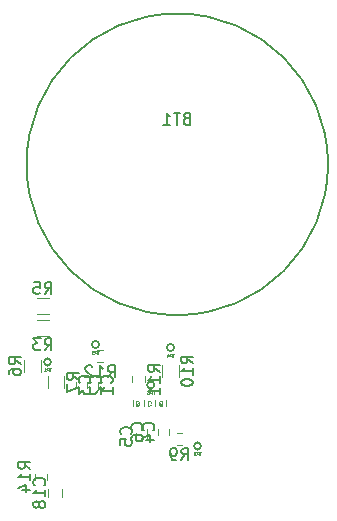
<source format=gbr>
G04 #@! TF.FileFunction,Legend,Bot*
%FSLAX46Y46*%
G04 Gerber Fmt 4.6, Leading zero omitted, Abs format (unit mm)*
G04 Created by KiCad (PCBNEW 4.0.5) date 05/07/17 14:10:49*
%MOMM*%
%LPD*%
G01*
G04 APERTURE LIST*
%ADD10C,0.100000*%
%ADD11C,0.120000*%
%ADD12C,0.150000*%
%ADD13C,0.152400*%
%ADD14C,0.063500*%
G04 APERTURE END LIST*
D10*
D11*
X15328800Y15955200D02*
X15328800Y16455200D01*
X16268800Y16455200D02*
X16268800Y15955200D01*
X16294000Y15955200D02*
X16294000Y16455200D01*
X17234000Y16455200D02*
X17234000Y15955200D01*
X17259200Y15955200D02*
X17259200Y16455200D01*
X18199200Y16455200D02*
X18199200Y15955200D01*
X19554000Y12678000D02*
X19054000Y12678000D01*
X19054000Y13738000D02*
X19554000Y13738000D01*
D12*
X31876842Y36449000D02*
G75*
G03X31876842Y36449000I-12763342J0D01*
G01*
D11*
X12382600Y18030000D02*
X12382600Y17530000D01*
X11442600Y17530000D02*
X11442600Y18030000D01*
X11442800Y18030000D02*
X11442800Y17530000D01*
X10502800Y17530000D02*
X10502800Y18030000D01*
X10503000Y18030000D02*
X10503000Y17530000D01*
X9563000Y17530000D02*
X9563000Y18030000D01*
X17513200Y13516800D02*
X17513200Y14016800D01*
X18453200Y14016800D02*
X18453200Y13516800D01*
X15633600Y13161200D02*
X15633600Y13661200D01*
X16573600Y13661200D02*
X16573600Y13161200D01*
X16548000Y13516800D02*
X16548000Y14016800D01*
X17488000Y14016800D02*
X17488000Y13516800D01*
X8137600Y8986000D02*
X8137600Y8286000D01*
X9337600Y8286000D02*
X9337600Y8986000D01*
X8221600Y23286000D02*
X7221600Y23286000D01*
X7221600Y21926000D02*
X8221600Y21926000D01*
X7221600Y23805600D02*
X8221600Y23805600D01*
X8221600Y25165600D02*
X7221600Y25165600D01*
X7538000Y18854800D02*
X7538000Y19854800D01*
X6178000Y19854800D02*
X6178000Y18854800D01*
X8184600Y18534000D02*
X8184600Y17534000D01*
X9544600Y17534000D02*
X9544600Y18534000D01*
X17862000Y19448400D02*
X17862000Y18448400D01*
X19222000Y18448400D02*
X19222000Y19448400D01*
X16379600Y18487200D02*
X16379600Y17987200D01*
X15319600Y17987200D02*
X15319600Y18487200D01*
X7039200Y9757600D02*
X7039200Y10257600D01*
X8099200Y10257600D02*
X8099200Y9757600D01*
X12848400Y19688400D02*
X12348400Y19688400D01*
X12348400Y20748400D02*
X12848400Y20748400D01*
D13*
X12489299Y21183600D02*
G75*
G03X12489299Y21183600I-297299J0D01*
G01*
X17162899Y17780000D02*
G75*
G03X17162899Y17780000I-297299J0D01*
G01*
X8425299Y19710400D02*
G75*
G03X8425299Y19710400I-297299J0D01*
G01*
X21125299Y12598400D02*
G75*
G03X21125299Y12598400I-297299J0D01*
G01*
X18839299Y20929600D02*
G75*
G03X18839299Y20929600I-297299J0D01*
G01*
D14*
X15826014Y16247533D02*
X15838110Y16259628D01*
X15850205Y16295914D01*
X15850205Y16320104D01*
X15838110Y16356390D01*
X15813919Y16380581D01*
X15789729Y16392676D01*
X15741348Y16404771D01*
X15705062Y16404771D01*
X15656681Y16392676D01*
X15632490Y16380581D01*
X15608300Y16356390D01*
X15596205Y16320104D01*
X15596205Y16295914D01*
X15608300Y16259628D01*
X15620395Y16247533D01*
X15850205Y16126581D02*
X15850205Y16078200D01*
X15838110Y16054009D01*
X15826014Y16041914D01*
X15789729Y16017723D01*
X15741348Y16005628D01*
X15644586Y16005628D01*
X15620395Y16017723D01*
X15608300Y16029819D01*
X15596205Y16054009D01*
X15596205Y16102390D01*
X15608300Y16126581D01*
X15620395Y16138676D01*
X15644586Y16150771D01*
X15705062Y16150771D01*
X15729252Y16138676D01*
X15741348Y16126581D01*
X15753443Y16102390D01*
X15753443Y16054009D01*
X15741348Y16029819D01*
X15729252Y16017723D01*
X15705062Y16005628D01*
X16854714Y16247533D02*
X16866810Y16259628D01*
X16878905Y16295914D01*
X16878905Y16320104D01*
X16866810Y16356390D01*
X16842619Y16380581D01*
X16818429Y16392676D01*
X16770048Y16404771D01*
X16733762Y16404771D01*
X16685381Y16392676D01*
X16661190Y16380581D01*
X16637000Y16356390D01*
X16624905Y16320104D01*
X16624905Y16295914D01*
X16637000Y16259628D01*
X16649095Y16247533D01*
X16624905Y16162866D02*
X16624905Y15993533D01*
X16878905Y16102390D01*
X17819914Y16247533D02*
X17832010Y16259628D01*
X17844105Y16295914D01*
X17844105Y16320104D01*
X17832010Y16356390D01*
X17807819Y16380581D01*
X17783629Y16392676D01*
X17735248Y16404771D01*
X17698962Y16404771D01*
X17650581Y16392676D01*
X17626390Y16380581D01*
X17602200Y16356390D01*
X17590105Y16320104D01*
X17590105Y16295914D01*
X17602200Y16259628D01*
X17614295Y16247533D01*
X17698962Y16102390D02*
X17686867Y16126581D01*
X17674771Y16138676D01*
X17650581Y16150771D01*
X17638486Y16150771D01*
X17614295Y16138676D01*
X17602200Y16126581D01*
X17590105Y16102390D01*
X17590105Y16054009D01*
X17602200Y16029819D01*
X17614295Y16017723D01*
X17638486Y16005628D01*
X17650581Y16005628D01*
X17674771Y16017723D01*
X17686867Y16029819D01*
X17698962Y16054009D01*
X17698962Y16102390D01*
X17711057Y16126581D01*
X17723152Y16138676D01*
X17747343Y16150771D01*
X17795724Y16150771D01*
X17819914Y16138676D01*
X17832010Y16126581D01*
X17844105Y16102390D01*
X17844105Y16054009D01*
X17832010Y16029819D01*
X17819914Y16017723D01*
X17795724Y16005628D01*
X17747343Y16005628D01*
X17723152Y16017723D01*
X17711057Y16029819D01*
X17698962Y16054009D01*
D12*
X19470666Y11405619D02*
X19804000Y11881810D01*
X20042095Y11405619D02*
X20042095Y12405619D01*
X19661142Y12405619D01*
X19565904Y12358000D01*
X19518285Y12310381D01*
X19470666Y12215143D01*
X19470666Y12072286D01*
X19518285Y11977048D01*
X19565904Y11929429D01*
X19661142Y11881810D01*
X20042095Y11881810D01*
X18994476Y11405619D02*
X18804000Y11405619D01*
X18708761Y11453238D01*
X18661142Y11500857D01*
X18565904Y11643714D01*
X18518285Y11834190D01*
X18518285Y12215143D01*
X18565904Y12310381D01*
X18613523Y12358000D01*
X18708761Y12405619D01*
X18899238Y12405619D01*
X18994476Y12358000D01*
X19042095Y12310381D01*
X19089714Y12215143D01*
X19089714Y11977048D01*
X19042095Y11881810D01*
X18994476Y11834190D01*
X18899238Y11786571D01*
X18708761Y11786571D01*
X18613523Y11834190D01*
X18565904Y11881810D01*
X18518285Y11977048D01*
X19899214Y40330429D02*
X19756357Y40282810D01*
X19708738Y40235190D01*
X19661119Y40139952D01*
X19661119Y39997095D01*
X19708738Y39901857D01*
X19756357Y39854238D01*
X19851595Y39806619D01*
X20232548Y39806619D01*
X20232548Y40806619D01*
X19899214Y40806619D01*
X19803976Y40759000D01*
X19756357Y40711381D01*
X19708738Y40616143D01*
X19708738Y40520905D01*
X19756357Y40425667D01*
X19803976Y40378048D01*
X19899214Y40330429D01*
X20232548Y40330429D01*
X19375405Y40806619D02*
X18803976Y40806619D01*
X19089691Y39806619D02*
X19089691Y40806619D01*
X17946833Y39806619D02*
X18518262Y39806619D01*
X18232548Y39806619D02*
X18232548Y40806619D01*
X18327786Y40663762D01*
X18423024Y40568524D01*
X18518262Y40520905D01*
X13539743Y17946666D02*
X13587362Y17994285D01*
X13634981Y18137142D01*
X13634981Y18232380D01*
X13587362Y18375238D01*
X13492124Y18470476D01*
X13396886Y18518095D01*
X13206410Y18565714D01*
X13063552Y18565714D01*
X12873076Y18518095D01*
X12777838Y18470476D01*
X12682600Y18375238D01*
X12634981Y18232380D01*
X12634981Y18137142D01*
X12682600Y17994285D01*
X12730219Y17946666D01*
X13634981Y16994285D02*
X13634981Y17565714D01*
X13634981Y17280000D02*
X12634981Y17280000D01*
X12777838Y17375238D01*
X12873076Y17470476D01*
X12920695Y17565714D01*
X12599943Y17946666D02*
X12647562Y17994285D01*
X12695181Y18137142D01*
X12695181Y18232380D01*
X12647562Y18375238D01*
X12552324Y18470476D01*
X12457086Y18518095D01*
X12266610Y18565714D01*
X12123752Y18565714D01*
X11933276Y18518095D01*
X11838038Y18470476D01*
X11742800Y18375238D01*
X11695181Y18232380D01*
X11695181Y18137142D01*
X11742800Y17994285D01*
X11790419Y17946666D01*
X11790419Y17565714D02*
X11742800Y17518095D01*
X11695181Y17422857D01*
X11695181Y17184761D01*
X11742800Y17089523D01*
X11790419Y17041904D01*
X11885657Y16994285D01*
X11980895Y16994285D01*
X12123752Y17041904D01*
X12695181Y17613333D01*
X12695181Y16994285D01*
X11660143Y17946666D02*
X11707762Y17994285D01*
X11755381Y18137142D01*
X11755381Y18232380D01*
X11707762Y18375238D01*
X11612524Y18470476D01*
X11517286Y18518095D01*
X11326810Y18565714D01*
X11183952Y18565714D01*
X10993476Y18518095D01*
X10898238Y18470476D01*
X10803000Y18375238D01*
X10755381Y18232380D01*
X10755381Y18137142D01*
X10803000Y17994285D01*
X10850619Y17946666D01*
X10755381Y17613333D02*
X10755381Y16994285D01*
X11136333Y17327619D01*
X11136333Y17184761D01*
X11183952Y17089523D01*
X11231571Y17041904D01*
X11326810Y16994285D01*
X11564905Y16994285D01*
X11660143Y17041904D01*
X11707762Y17089523D01*
X11755381Y17184761D01*
X11755381Y17470476D01*
X11707762Y17565714D01*
X11660143Y17613333D01*
X17070343Y13933466D02*
X17117962Y13981085D01*
X17165581Y14123942D01*
X17165581Y14219180D01*
X17117962Y14362038D01*
X17022724Y14457276D01*
X16927486Y14504895D01*
X16737010Y14552514D01*
X16594152Y14552514D01*
X16403676Y14504895D01*
X16308438Y14457276D01*
X16213200Y14362038D01*
X16165581Y14219180D01*
X16165581Y14123942D01*
X16213200Y13981085D01*
X16260819Y13933466D01*
X16498914Y13076323D02*
X17165581Y13076323D01*
X16117962Y13314419D02*
X16832248Y13552514D01*
X16832248Y12933466D01*
X15190743Y13577866D02*
X15238362Y13625485D01*
X15285981Y13768342D01*
X15285981Y13863580D01*
X15238362Y14006438D01*
X15143124Y14101676D01*
X15047886Y14149295D01*
X14857410Y14196914D01*
X14714552Y14196914D01*
X14524076Y14149295D01*
X14428838Y14101676D01*
X14333600Y14006438D01*
X14285981Y13863580D01*
X14285981Y13768342D01*
X14333600Y13625485D01*
X14381219Y13577866D01*
X14285981Y12673104D02*
X14285981Y13149295D01*
X14762171Y13196914D01*
X14714552Y13149295D01*
X14666933Y13054057D01*
X14666933Y12815961D01*
X14714552Y12720723D01*
X14762171Y12673104D01*
X14857410Y12625485D01*
X15095505Y12625485D01*
X15190743Y12673104D01*
X15238362Y12720723D01*
X15285981Y12815961D01*
X15285981Y13054057D01*
X15238362Y13149295D01*
X15190743Y13196914D01*
X16105143Y13933466D02*
X16152762Y13981085D01*
X16200381Y14123942D01*
X16200381Y14219180D01*
X16152762Y14362038D01*
X16057524Y14457276D01*
X15962286Y14504895D01*
X15771810Y14552514D01*
X15628952Y14552514D01*
X15438476Y14504895D01*
X15343238Y14457276D01*
X15248000Y14362038D01*
X15200381Y14219180D01*
X15200381Y14123942D01*
X15248000Y13981085D01*
X15295619Y13933466D01*
X15200381Y13076323D02*
X15200381Y13266800D01*
X15248000Y13362038D01*
X15295619Y13409657D01*
X15438476Y13504895D01*
X15628952Y13552514D01*
X16009905Y13552514D01*
X16105143Y13504895D01*
X16152762Y13457276D01*
X16200381Y13362038D01*
X16200381Y13171561D01*
X16152762Y13076323D01*
X16105143Y13028704D01*
X16009905Y12981085D01*
X15771810Y12981085D01*
X15676571Y13028704D01*
X15628952Y13076323D01*
X15581333Y13171561D01*
X15581333Y13362038D01*
X15628952Y13457276D01*
X15676571Y13504895D01*
X15771810Y13552514D01*
X7844743Y9278857D02*
X7892362Y9326476D01*
X7939981Y9469333D01*
X7939981Y9564571D01*
X7892362Y9707429D01*
X7797124Y9802667D01*
X7701886Y9850286D01*
X7511410Y9897905D01*
X7368552Y9897905D01*
X7178076Y9850286D01*
X7082838Y9802667D01*
X6987600Y9707429D01*
X6939981Y9564571D01*
X6939981Y9469333D01*
X6987600Y9326476D01*
X7035219Y9278857D01*
X7939981Y8326476D02*
X7939981Y8897905D01*
X7939981Y8612191D02*
X6939981Y8612191D01*
X7082838Y8707429D01*
X7178076Y8802667D01*
X7225695Y8897905D01*
X7368552Y7755048D02*
X7320933Y7850286D01*
X7273314Y7897905D01*
X7178076Y7945524D01*
X7130457Y7945524D01*
X7035219Y7897905D01*
X6987600Y7850286D01*
X6939981Y7755048D01*
X6939981Y7564571D01*
X6987600Y7469333D01*
X7035219Y7421714D01*
X7130457Y7374095D01*
X7178076Y7374095D01*
X7273314Y7421714D01*
X7320933Y7469333D01*
X7368552Y7564571D01*
X7368552Y7755048D01*
X7416171Y7850286D01*
X7463790Y7897905D01*
X7559029Y7945524D01*
X7749505Y7945524D01*
X7844743Y7897905D01*
X7892362Y7850286D01*
X7939981Y7755048D01*
X7939981Y7564571D01*
X7892362Y7469333D01*
X7844743Y7421714D01*
X7749505Y7374095D01*
X7559029Y7374095D01*
X7463790Y7421714D01*
X7416171Y7469333D01*
X7368552Y7564571D01*
X7888266Y20703619D02*
X8221600Y21179810D01*
X8459695Y20703619D02*
X8459695Y21703619D01*
X8078742Y21703619D01*
X7983504Y21656000D01*
X7935885Y21608381D01*
X7888266Y21513143D01*
X7888266Y21370286D01*
X7935885Y21275048D01*
X7983504Y21227429D01*
X8078742Y21179810D01*
X8459695Y21179810D01*
X7554933Y21703619D02*
X6935885Y21703619D01*
X7269219Y21322667D01*
X7126361Y21322667D01*
X7031123Y21275048D01*
X6983504Y21227429D01*
X6935885Y21132190D01*
X6935885Y20894095D01*
X6983504Y20798857D01*
X7031123Y20751238D01*
X7126361Y20703619D01*
X7412076Y20703619D01*
X7507314Y20751238D01*
X7554933Y20798857D01*
X7888266Y25483219D02*
X8221600Y25959410D01*
X8459695Y25483219D02*
X8459695Y26483219D01*
X8078742Y26483219D01*
X7983504Y26435600D01*
X7935885Y26387981D01*
X7888266Y26292743D01*
X7888266Y26149886D01*
X7935885Y26054648D01*
X7983504Y26007029D01*
X8078742Y25959410D01*
X8459695Y25959410D01*
X6983504Y26483219D02*
X7459695Y26483219D01*
X7507314Y26007029D01*
X7459695Y26054648D01*
X7364457Y26102267D01*
X7126361Y26102267D01*
X7031123Y26054648D01*
X6983504Y26007029D01*
X6935885Y25911790D01*
X6935885Y25673695D01*
X6983504Y25578457D01*
X7031123Y25530838D01*
X7126361Y25483219D01*
X7364457Y25483219D01*
X7459695Y25530838D01*
X7507314Y25578457D01*
X5860381Y19521466D02*
X5384190Y19854800D01*
X5860381Y20092895D02*
X4860381Y20092895D01*
X4860381Y19711942D01*
X4908000Y19616704D01*
X4955619Y19569085D01*
X5050857Y19521466D01*
X5193714Y19521466D01*
X5288952Y19569085D01*
X5336571Y19616704D01*
X5384190Y19711942D01*
X5384190Y20092895D01*
X4860381Y18664323D02*
X4860381Y18854800D01*
X4908000Y18950038D01*
X4955619Y18997657D01*
X5098476Y19092895D01*
X5288952Y19140514D01*
X5669905Y19140514D01*
X5765143Y19092895D01*
X5812762Y19045276D01*
X5860381Y18950038D01*
X5860381Y18759561D01*
X5812762Y18664323D01*
X5765143Y18616704D01*
X5669905Y18569085D01*
X5431810Y18569085D01*
X5336571Y18616704D01*
X5288952Y18664323D01*
X5241333Y18759561D01*
X5241333Y18950038D01*
X5288952Y19045276D01*
X5336571Y19092895D01*
X5431810Y19140514D01*
X10766981Y18200666D02*
X10290790Y18534000D01*
X10766981Y18772095D02*
X9766981Y18772095D01*
X9766981Y18391142D01*
X9814600Y18295904D01*
X9862219Y18248285D01*
X9957457Y18200666D01*
X10100314Y18200666D01*
X10195552Y18248285D01*
X10243171Y18295904D01*
X10290790Y18391142D01*
X10290790Y18772095D01*
X9766981Y17867333D02*
X9766981Y17200666D01*
X10766981Y17629238D01*
X20444381Y19591257D02*
X19968190Y19924591D01*
X20444381Y20162686D02*
X19444381Y20162686D01*
X19444381Y19781733D01*
X19492000Y19686495D01*
X19539619Y19638876D01*
X19634857Y19591257D01*
X19777714Y19591257D01*
X19872952Y19638876D01*
X19920571Y19686495D01*
X19968190Y19781733D01*
X19968190Y20162686D01*
X20444381Y18638876D02*
X20444381Y19210305D01*
X20444381Y18924591D02*
X19444381Y18924591D01*
X19587238Y19019829D01*
X19682476Y19115067D01*
X19730095Y19210305D01*
X19444381Y18019829D02*
X19444381Y17924590D01*
X19492000Y17829352D01*
X19539619Y17781733D01*
X19634857Y17734114D01*
X19825333Y17686495D01*
X20063429Y17686495D01*
X20253905Y17734114D01*
X20349143Y17781733D01*
X20396762Y17829352D01*
X20444381Y17924590D01*
X20444381Y18019829D01*
X20396762Y18115067D01*
X20349143Y18162686D01*
X20253905Y18210305D01*
X20063429Y18257924D01*
X19825333Y18257924D01*
X19634857Y18210305D01*
X19539619Y18162686D01*
X19492000Y18115067D01*
X19444381Y18019829D01*
X17651981Y18880057D02*
X17175790Y19213391D01*
X17651981Y19451486D02*
X16651981Y19451486D01*
X16651981Y19070533D01*
X16699600Y18975295D01*
X16747219Y18927676D01*
X16842457Y18880057D01*
X16985314Y18880057D01*
X17080552Y18927676D01*
X17128171Y18975295D01*
X17175790Y19070533D01*
X17175790Y19451486D01*
X17651981Y17927676D02*
X17651981Y18499105D01*
X17651981Y18213391D02*
X16651981Y18213391D01*
X16794838Y18308629D01*
X16890076Y18403867D01*
X16937695Y18499105D01*
X17651981Y16975295D02*
X17651981Y17546724D01*
X17651981Y17261010D02*
X16651981Y17261010D01*
X16794838Y17356248D01*
X16890076Y17451486D01*
X16937695Y17546724D01*
X6671581Y10650457D02*
X6195390Y10983791D01*
X6671581Y11221886D02*
X5671581Y11221886D01*
X5671581Y10840933D01*
X5719200Y10745695D01*
X5766819Y10698076D01*
X5862057Y10650457D01*
X6004914Y10650457D01*
X6100152Y10698076D01*
X6147771Y10745695D01*
X6195390Y10840933D01*
X6195390Y11221886D01*
X6671581Y9698076D02*
X6671581Y10269505D01*
X6671581Y9983791D02*
X5671581Y9983791D01*
X5814438Y10079029D01*
X5909676Y10174267D01*
X5957295Y10269505D01*
X6004914Y8840933D02*
X6671581Y8840933D01*
X5623962Y9079029D02*
X6338248Y9317124D01*
X6338248Y8698076D01*
X13241257Y18416019D02*
X13574591Y18892210D01*
X13812686Y18416019D02*
X13812686Y19416019D01*
X13431733Y19416019D01*
X13336495Y19368400D01*
X13288876Y19320781D01*
X13241257Y19225543D01*
X13241257Y19082686D01*
X13288876Y18987448D01*
X13336495Y18939829D01*
X13431733Y18892210D01*
X13812686Y18892210D01*
X12288876Y18416019D02*
X12860305Y18416019D01*
X12574591Y18416019D02*
X12574591Y19416019D01*
X12669829Y19273162D01*
X12765067Y19177924D01*
X12860305Y19130305D01*
X11907924Y19320781D02*
X11860305Y19368400D01*
X11765067Y19416019D01*
X11526971Y19416019D01*
X11431733Y19368400D01*
X11384114Y19320781D01*
X11336495Y19225543D01*
X11336495Y19130305D01*
X11384114Y18987448D01*
X11955543Y18416019D01*
X11336495Y18416019D01*
D14*
X12512524Y20636895D02*
X12367381Y20636895D01*
X12439952Y20382895D02*
X12439952Y20636895D01*
X12282714Y20382895D02*
X12282714Y20636895D01*
X12185952Y20636895D01*
X12161761Y20624800D01*
X12149666Y20612705D01*
X12137571Y20588514D01*
X12137571Y20552229D01*
X12149666Y20528038D01*
X12161761Y20515943D01*
X12185952Y20503848D01*
X12282714Y20503848D01*
X11907761Y20636895D02*
X12028714Y20636895D01*
X12040809Y20515943D01*
X12028714Y20528038D01*
X12004523Y20540133D01*
X11944047Y20540133D01*
X11919857Y20528038D01*
X11907761Y20515943D01*
X11895666Y20491752D01*
X11895666Y20431276D01*
X11907761Y20407086D01*
X11919857Y20394990D01*
X11944047Y20382895D01*
X12004523Y20382895D01*
X12028714Y20394990D01*
X12040809Y20407086D01*
X17186124Y17233295D02*
X17040981Y17233295D01*
X17113552Y16979295D02*
X17113552Y17233295D01*
X16956314Y16979295D02*
X16956314Y17233295D01*
X16859552Y17233295D01*
X16835361Y17221200D01*
X16823266Y17209105D01*
X16811171Y17184914D01*
X16811171Y17148629D01*
X16823266Y17124438D01*
X16835361Y17112343D01*
X16859552Y17100248D01*
X16956314Y17100248D01*
X16593457Y17233295D02*
X16641838Y17233295D01*
X16666028Y17221200D01*
X16678123Y17209105D01*
X16702314Y17172819D01*
X16714409Y17124438D01*
X16714409Y17027676D01*
X16702314Y17003486D01*
X16690219Y16991390D01*
X16666028Y16979295D01*
X16617647Y16979295D01*
X16593457Y16991390D01*
X16581361Y17003486D01*
X16569266Y17027676D01*
X16569266Y17088152D01*
X16581361Y17112343D01*
X16593457Y17124438D01*
X16617647Y17136533D01*
X16666028Y17136533D01*
X16690219Y17124438D01*
X16702314Y17112343D01*
X16714409Y17088152D01*
X8448524Y19163695D02*
X8303381Y19163695D01*
X8375952Y18909695D02*
X8375952Y19163695D01*
X8218714Y18909695D02*
X8218714Y19163695D01*
X8121952Y19163695D01*
X8097761Y19151600D01*
X8085666Y19139505D01*
X8073571Y19115314D01*
X8073571Y19079029D01*
X8085666Y19054838D01*
X8097761Y19042743D01*
X8121952Y19030648D01*
X8218714Y19030648D01*
X7831666Y18909695D02*
X7976809Y18909695D01*
X7904238Y18909695D02*
X7904238Y19163695D01*
X7928428Y19127410D01*
X7952619Y19103219D01*
X7976809Y19091124D01*
X21148524Y12051695D02*
X21003381Y12051695D01*
X21075952Y11797695D02*
X21075952Y12051695D01*
X20918714Y11797695D02*
X20918714Y12051695D01*
X20821952Y12051695D01*
X20797761Y12039600D01*
X20785666Y12027505D01*
X20773571Y12003314D01*
X20773571Y11967029D01*
X20785666Y11942838D01*
X20797761Y11930743D01*
X20821952Y11918648D01*
X20918714Y11918648D01*
X20688904Y12051695D02*
X20531666Y12051695D01*
X20616333Y11954933D01*
X20580047Y11954933D01*
X20555857Y11942838D01*
X20543761Y11930743D01*
X20531666Y11906552D01*
X20531666Y11846076D01*
X20543761Y11821886D01*
X20555857Y11809790D01*
X20580047Y11797695D01*
X20652619Y11797695D01*
X20676809Y11809790D01*
X20688904Y11821886D01*
X18862524Y20382895D02*
X18717381Y20382895D01*
X18789952Y20128895D02*
X18789952Y20382895D01*
X18632714Y20128895D02*
X18632714Y20382895D01*
X18535952Y20382895D01*
X18511761Y20370800D01*
X18499666Y20358705D01*
X18487571Y20334514D01*
X18487571Y20298229D01*
X18499666Y20274038D01*
X18511761Y20261943D01*
X18535952Y20249848D01*
X18632714Y20249848D01*
X18269857Y20298229D02*
X18269857Y20128895D01*
X18330333Y20394990D02*
X18390809Y20213562D01*
X18233571Y20213562D01*
M02*

</source>
